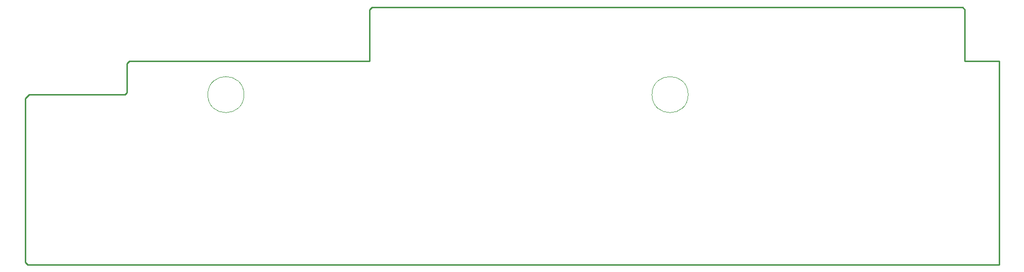
<source format=gko>
G04 Layer_Color=16711935*
%FSLAX25Y25*%
%MOIN*%
G70*
G01*
G75*
%ADD22C,0.01000*%
%ADD52C,0.00100*%
D22*
X87969Y139969D02*
X88000Y140000D01*
X-46240Y139969D02*
X87969D01*
X-47940Y118387D02*
Y138270D01*
X-74072Y117000D02*
X-49327D01*
X-47940Y118387D01*
Y138270D02*
X-46240Y139969D01*
X-114975Y117000D02*
X-74072D01*
X-117636Y114339D02*
X-114975Y117000D01*
X-117636Y1772D02*
Y114339D01*
Y1772D02*
X-115864Y0D01*
X88000Y140000D02*
X118500D01*
Y175500D01*
X120000Y177000D01*
X525000D01*
X526500Y175500D01*
Y140000D02*
Y175500D01*
Y140000D02*
X550000D01*
X-115864Y0D02*
X550000D01*
Y140000D01*
D52*
X32400Y117000D02*
G03*
X32400Y117000I-12400J0D01*
G01*
X336900D02*
G03*
X336900Y117000I-12400J0D01*
G01*
M02*

</source>
